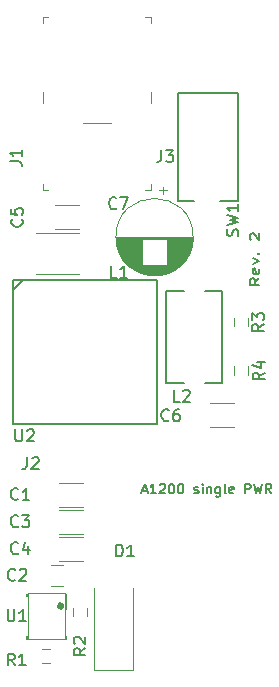
<source format=gto>
G04 #@! TF.GenerationSoftware,KiCad,Pcbnew,(6.0.7)*
G04 #@! TF.CreationDate,2022-08-26T22:18:19+02:00*
G04 #@! TF.ProjectId,a1200_pwr,61313230-305f-4707-9772-2e6b69636164,2*
G04 #@! TF.SameCoordinates,Original*
G04 #@! TF.FileFunction,Legend,Top*
G04 #@! TF.FilePolarity,Positive*
%FSLAX46Y46*%
G04 Gerber Fmt 4.6, Leading zero omitted, Abs format (unit mm)*
G04 Created by KiCad (PCBNEW (6.0.7)) date 2022-08-26 22:18:19*
%MOMM*%
%LPD*%
G01*
G04 APERTURE LIST*
%ADD10C,0.203200*%
%ADD11C,0.150000*%
%ADD12C,0.120000*%
%ADD13C,0.500000*%
%ADD14C,0.100000*%
%ADD15C,0.177800*%
G04 APERTURE END LIST*
D10*
X159886978Y-95731193D02*
X159499930Y-96064526D01*
X159886978Y-96302621D02*
X159074178Y-96302621D01*
X159074178Y-95921669D01*
X159112883Y-95826431D01*
X159151587Y-95778812D01*
X159228997Y-95731193D01*
X159345111Y-95731193D01*
X159422521Y-95778812D01*
X159461225Y-95826431D01*
X159499930Y-95921669D01*
X159499930Y-96302621D01*
X159848273Y-94921669D02*
X159886978Y-95016907D01*
X159886978Y-95207383D01*
X159848273Y-95302621D01*
X159770863Y-95350240D01*
X159461225Y-95350240D01*
X159383816Y-95302621D01*
X159345111Y-95207383D01*
X159345111Y-95016907D01*
X159383816Y-94921669D01*
X159461225Y-94874050D01*
X159538635Y-94874050D01*
X159616044Y-95350240D01*
X159345111Y-94540716D02*
X159886978Y-94302621D01*
X159345111Y-94064526D01*
X159809568Y-93683574D02*
X159848273Y-93635955D01*
X159886978Y-93683574D01*
X159848273Y-93731193D01*
X159809568Y-93683574D01*
X159886978Y-93683574D01*
X159151587Y-92493097D02*
X159112883Y-92445478D01*
X159074178Y-92350240D01*
X159074178Y-92112145D01*
X159112883Y-92016907D01*
X159151587Y-91969288D01*
X159228997Y-91921669D01*
X159306406Y-91921669D01*
X159422521Y-91969288D01*
X159886978Y-92540716D01*
X159886978Y-91921669D01*
X149972511Y-113727821D02*
X150359559Y-113727821D01*
X149895102Y-113960050D02*
X150166035Y-113147250D01*
X150436968Y-113960050D01*
X151133654Y-113960050D02*
X150669197Y-113960050D01*
X150901425Y-113960050D02*
X150901425Y-113147250D01*
X150824016Y-113263364D01*
X150746606Y-113340774D01*
X150669197Y-113379478D01*
X151443292Y-113224659D02*
X151481997Y-113185955D01*
X151559406Y-113147250D01*
X151752930Y-113147250D01*
X151830340Y-113185955D01*
X151869044Y-113224659D01*
X151907749Y-113302069D01*
X151907749Y-113379478D01*
X151869044Y-113495593D01*
X151404587Y-113960050D01*
X151907749Y-113960050D01*
X152410911Y-113147250D02*
X152488321Y-113147250D01*
X152565730Y-113185955D01*
X152604435Y-113224659D01*
X152643140Y-113302069D01*
X152681844Y-113456888D01*
X152681844Y-113650412D01*
X152643140Y-113805231D01*
X152604435Y-113882640D01*
X152565730Y-113921345D01*
X152488321Y-113960050D01*
X152410911Y-113960050D01*
X152333502Y-113921345D01*
X152294797Y-113882640D01*
X152256092Y-113805231D01*
X152217387Y-113650412D01*
X152217387Y-113456888D01*
X152256092Y-113302069D01*
X152294797Y-113224659D01*
X152333502Y-113185955D01*
X152410911Y-113147250D01*
X153185006Y-113147250D02*
X153262416Y-113147250D01*
X153339825Y-113185955D01*
X153378530Y-113224659D01*
X153417235Y-113302069D01*
X153455940Y-113456888D01*
X153455940Y-113650412D01*
X153417235Y-113805231D01*
X153378530Y-113882640D01*
X153339825Y-113921345D01*
X153262416Y-113960050D01*
X153185006Y-113960050D01*
X153107597Y-113921345D01*
X153068892Y-113882640D01*
X153030187Y-113805231D01*
X152991483Y-113650412D01*
X152991483Y-113456888D01*
X153030187Y-113302069D01*
X153068892Y-113224659D01*
X153107597Y-113185955D01*
X153185006Y-113147250D01*
X154384854Y-113921345D02*
X154462263Y-113960050D01*
X154617083Y-113960050D01*
X154694492Y-113921345D01*
X154733197Y-113843935D01*
X154733197Y-113805231D01*
X154694492Y-113727821D01*
X154617083Y-113689116D01*
X154500968Y-113689116D01*
X154423559Y-113650412D01*
X154384854Y-113573002D01*
X154384854Y-113534297D01*
X154423559Y-113456888D01*
X154500968Y-113418183D01*
X154617083Y-113418183D01*
X154694492Y-113456888D01*
X155081540Y-113960050D02*
X155081540Y-113418183D01*
X155081540Y-113147250D02*
X155042835Y-113185955D01*
X155081540Y-113224659D01*
X155120244Y-113185955D01*
X155081540Y-113147250D01*
X155081540Y-113224659D01*
X155468587Y-113418183D02*
X155468587Y-113960050D01*
X155468587Y-113495593D02*
X155507292Y-113456888D01*
X155584702Y-113418183D01*
X155700816Y-113418183D01*
X155778225Y-113456888D01*
X155816930Y-113534297D01*
X155816930Y-113960050D01*
X156552321Y-113418183D02*
X156552321Y-114076164D01*
X156513616Y-114153574D01*
X156474911Y-114192278D01*
X156397502Y-114230983D01*
X156281387Y-114230983D01*
X156203978Y-114192278D01*
X156552321Y-113921345D02*
X156474911Y-113960050D01*
X156320092Y-113960050D01*
X156242683Y-113921345D01*
X156203978Y-113882640D01*
X156165273Y-113805231D01*
X156165273Y-113573002D01*
X156203978Y-113495593D01*
X156242683Y-113456888D01*
X156320092Y-113418183D01*
X156474911Y-113418183D01*
X156552321Y-113456888D01*
X157055483Y-113960050D02*
X156978073Y-113921345D01*
X156939368Y-113843935D01*
X156939368Y-113147250D01*
X157674759Y-113921345D02*
X157597349Y-113960050D01*
X157442530Y-113960050D01*
X157365121Y-113921345D01*
X157326416Y-113843935D01*
X157326416Y-113534297D01*
X157365121Y-113456888D01*
X157442530Y-113418183D01*
X157597349Y-113418183D01*
X157674759Y-113456888D01*
X157713463Y-113534297D01*
X157713463Y-113611707D01*
X157326416Y-113689116D01*
X158681083Y-113960050D02*
X158681083Y-113147250D01*
X158990721Y-113147250D01*
X159068130Y-113185955D01*
X159106835Y-113224659D01*
X159145540Y-113302069D01*
X159145540Y-113418183D01*
X159106835Y-113495593D01*
X159068130Y-113534297D01*
X158990721Y-113573002D01*
X158681083Y-113573002D01*
X159416473Y-113147250D02*
X159609997Y-113960050D01*
X159764816Y-113379478D01*
X159919635Y-113960050D01*
X160113159Y-113147250D01*
X160887254Y-113960050D02*
X160616321Y-113573002D01*
X160422797Y-113960050D02*
X160422797Y-113147250D01*
X160732435Y-113147250D01*
X160809844Y-113185955D01*
X160848549Y-113224659D01*
X160887254Y-113302069D01*
X160887254Y-113418183D01*
X160848549Y-113495593D01*
X160809844Y-113534297D01*
X160732435Y-113573002D01*
X160422797Y-113573002D01*
D11*
X147770216Y-89794097D02*
X147722597Y-89841716D01*
X147579740Y-89889335D01*
X147484502Y-89889335D01*
X147341644Y-89841716D01*
X147246406Y-89746478D01*
X147198787Y-89651240D01*
X147151168Y-89460764D01*
X147151168Y-89317907D01*
X147198787Y-89127431D01*
X147246406Y-89032193D01*
X147341644Y-88936955D01*
X147484502Y-88889335D01*
X147579740Y-88889335D01*
X147722597Y-88936955D01*
X147770216Y-88984574D01*
X148103549Y-88889335D02*
X148770216Y-88889335D01*
X148341644Y-89889335D01*
X139224778Y-108548935D02*
X139224778Y-109358459D01*
X139272397Y-109453697D01*
X139320016Y-109501316D01*
X139415254Y-109548935D01*
X139605730Y-109548935D01*
X139700968Y-109501316D01*
X139748587Y-109453697D01*
X139796206Y-109358459D01*
X139796206Y-108548935D01*
X140224778Y-108644174D02*
X140272397Y-108596555D01*
X140367635Y-108548935D01*
X140605730Y-108548935D01*
X140700968Y-108596555D01*
X140748587Y-108644174D01*
X140796206Y-108739412D01*
X140796206Y-108834650D01*
X140748587Y-108977507D01*
X140177159Y-109548935D01*
X140796206Y-109548935D01*
X138564378Y-123788935D02*
X138564378Y-124598459D01*
X138611997Y-124693697D01*
X138659616Y-124741316D01*
X138754854Y-124788935D01*
X138945330Y-124788935D01*
X139040568Y-124741316D01*
X139088187Y-124693697D01*
X139135806Y-124598459D01*
X139135806Y-123788935D01*
X140135806Y-124788935D02*
X139564378Y-124788935D01*
X139850092Y-124788935D02*
X139850092Y-123788935D01*
X139754854Y-123931793D01*
X139659616Y-124027031D01*
X139564378Y-124074650D01*
X158069844Y-92167288D02*
X158117463Y-92024431D01*
X158117463Y-91786335D01*
X158069844Y-91691097D01*
X158022225Y-91643478D01*
X157926987Y-91595859D01*
X157831749Y-91595859D01*
X157736511Y-91643478D01*
X157688892Y-91691097D01*
X157641273Y-91786335D01*
X157593654Y-91976812D01*
X157546035Y-92072050D01*
X157498416Y-92119669D01*
X157403178Y-92167288D01*
X157307940Y-92167288D01*
X157212702Y-92119669D01*
X157165083Y-92072050D01*
X157117463Y-91976812D01*
X157117463Y-91738716D01*
X157165083Y-91595859D01*
X157117463Y-91262526D02*
X158117463Y-91024431D01*
X157403178Y-90833955D01*
X158117463Y-90643478D01*
X157117463Y-90405383D01*
X158117463Y-89500621D02*
X158117463Y-90072050D01*
X158117463Y-89786335D02*
X157117463Y-89786335D01*
X157260321Y-89881574D01*
X157355559Y-89976812D01*
X157403178Y-90072050D01*
X151591349Y-84901535D02*
X151591349Y-85615821D01*
X151543730Y-85758678D01*
X151448492Y-85853916D01*
X151305635Y-85901535D01*
X151210397Y-85901535D01*
X151972302Y-84901535D02*
X152591349Y-84901535D01*
X152258016Y-85282488D01*
X152400873Y-85282488D01*
X152496111Y-85330107D01*
X152543730Y-85377726D01*
X152591349Y-85472964D01*
X152591349Y-85711059D01*
X152543730Y-85806297D01*
X152496111Y-85853916D01*
X152400873Y-85901535D01*
X152115159Y-85901535D01*
X152019921Y-85853916D01*
X151972302Y-85806297D01*
X140212149Y-110911135D02*
X140212149Y-111625421D01*
X140164530Y-111768278D01*
X140069292Y-111863516D01*
X139926435Y-111911135D01*
X139831197Y-111911135D01*
X140640721Y-111006374D02*
X140688340Y-110958755D01*
X140783578Y-110911135D01*
X141021673Y-110911135D01*
X141116911Y-110958755D01*
X141164530Y-111006374D01*
X141212149Y-111101612D01*
X141212149Y-111196850D01*
X141164530Y-111339707D01*
X140593102Y-111911135D01*
X141212149Y-111911135D01*
X138753263Y-85858688D02*
X139467549Y-85858688D01*
X139610406Y-85906307D01*
X139705644Y-86001545D01*
X139753263Y-86144402D01*
X139753263Y-86239640D01*
X139753263Y-84858688D02*
X139753263Y-85430116D01*
X139753263Y-85144402D02*
X138753263Y-85144402D01*
X138896121Y-85239640D01*
X138991359Y-85334878D01*
X139038978Y-85430116D01*
X153155016Y-106196135D02*
X152678825Y-106196135D01*
X152678825Y-105196135D01*
X153440730Y-105291374D02*
X153488349Y-105243755D01*
X153583587Y-105196135D01*
X153821683Y-105196135D01*
X153916921Y-105243755D01*
X153964540Y-105291374D01*
X154012159Y-105386612D01*
X154012159Y-105481850D01*
X153964540Y-105624707D01*
X153393111Y-106196135D01*
X154012159Y-106196135D01*
X139759625Y-90746621D02*
X139807244Y-90794240D01*
X139854863Y-90937097D01*
X139854863Y-91032335D01*
X139807244Y-91175193D01*
X139712006Y-91270431D01*
X139616768Y-91318050D01*
X139426292Y-91365669D01*
X139283435Y-91365669D01*
X139092959Y-91318050D01*
X138997721Y-91270431D01*
X138902483Y-91175193D01*
X138854863Y-91032335D01*
X138854863Y-90937097D01*
X138902483Y-90794240D01*
X138950102Y-90746621D01*
X138854863Y-89841859D02*
X138854863Y-90318050D01*
X139331054Y-90365669D01*
X139283435Y-90318050D01*
X139235816Y-90222812D01*
X139235816Y-89984716D01*
X139283435Y-89889478D01*
X139331054Y-89841859D01*
X139426292Y-89794240D01*
X139664387Y-89794240D01*
X139759625Y-89841859D01*
X139807244Y-89889478D01*
X139854863Y-89984716D01*
X139854863Y-90222812D01*
X139807244Y-90318050D01*
X139759625Y-90365669D01*
X152215216Y-107751897D02*
X152167597Y-107799516D01*
X152024740Y-107847135D01*
X151929502Y-107847135D01*
X151786644Y-107799516D01*
X151691406Y-107704278D01*
X151643787Y-107609040D01*
X151596168Y-107418564D01*
X151596168Y-107275707D01*
X151643787Y-107085231D01*
X151691406Y-106989993D01*
X151786644Y-106894755D01*
X151929502Y-106847135D01*
X152024740Y-106847135D01*
X152167597Y-106894755D01*
X152215216Y-106942374D01*
X153072359Y-106847135D02*
X152881883Y-106847135D01*
X152786644Y-106894755D01*
X152739025Y-106942374D01*
X152643787Y-107085231D01*
X152596168Y-107275707D01*
X152596168Y-107656659D01*
X152643787Y-107751897D01*
X152691406Y-107799516D01*
X152786644Y-107847135D01*
X152977121Y-107847135D01*
X153072359Y-107799516D01*
X153119978Y-107751897D01*
X153167597Y-107656659D01*
X153167597Y-107418564D01*
X153119978Y-107323326D01*
X153072359Y-107275707D01*
X152977121Y-107228088D01*
X152786644Y-107228088D01*
X152691406Y-107275707D01*
X152643787Y-107323326D01*
X152596168Y-107418564D01*
X160327263Y-103726021D02*
X159851073Y-104059355D01*
X160327263Y-104297450D02*
X159327263Y-104297450D01*
X159327263Y-103916497D01*
X159374883Y-103821259D01*
X159422502Y-103773640D01*
X159517740Y-103726021D01*
X159660597Y-103726021D01*
X159755835Y-103773640D01*
X159803454Y-103821259D01*
X159851073Y-103916497D01*
X159851073Y-104297450D01*
X159660597Y-102868878D02*
X160327263Y-102868878D01*
X159279644Y-103106974D02*
X159993930Y-103345069D01*
X159993930Y-102726021D01*
X160263763Y-99636621D02*
X159787573Y-99969955D01*
X160263763Y-100208050D02*
X159263763Y-100208050D01*
X159263763Y-99827097D01*
X159311383Y-99731859D01*
X159359002Y-99684240D01*
X159454240Y-99636621D01*
X159597097Y-99636621D01*
X159692335Y-99684240D01*
X159739954Y-99731859D01*
X159787573Y-99827097D01*
X159787573Y-100208050D01*
X159263763Y-99303288D02*
X159263763Y-98684240D01*
X159644716Y-99017574D01*
X159644716Y-98874716D01*
X159692335Y-98779478D01*
X159739954Y-98731859D01*
X159835192Y-98684240D01*
X160073287Y-98684240D01*
X160168525Y-98731859D01*
X160216144Y-98779478D01*
X160263763Y-98874716D01*
X160263763Y-99160431D01*
X160216144Y-99255669D01*
X160168525Y-99303288D01*
X147821016Y-95705935D02*
X147344825Y-95705935D01*
X147344825Y-94705935D01*
X148678159Y-95705935D02*
X148106730Y-95705935D01*
X148392444Y-95705935D02*
X148392444Y-94705935D01*
X148297206Y-94848793D01*
X148201968Y-94944031D01*
X148106730Y-94991650D01*
X145150763Y-127062271D02*
X144674573Y-127395605D01*
X145150763Y-127633700D02*
X144150763Y-127633700D01*
X144150763Y-127252747D01*
X144198383Y-127157509D01*
X144246002Y-127109890D01*
X144341240Y-127062271D01*
X144484097Y-127062271D01*
X144579335Y-127109890D01*
X144626954Y-127157509D01*
X144674573Y-127252747D01*
X144674573Y-127633700D01*
X144246002Y-126681319D02*
X144198383Y-126633700D01*
X144150763Y-126538462D01*
X144150763Y-126300366D01*
X144198383Y-126205128D01*
X144246002Y-126157509D01*
X144341240Y-126109890D01*
X144436478Y-126109890D01*
X144579335Y-126157509D01*
X145150763Y-126728938D01*
X145150763Y-126109890D01*
X139159616Y-128522735D02*
X138826283Y-128046545D01*
X138588187Y-128522735D02*
X138588187Y-127522735D01*
X138969140Y-127522735D01*
X139064378Y-127570355D01*
X139111997Y-127617974D01*
X139159616Y-127713212D01*
X139159616Y-127856069D01*
X139111997Y-127951307D01*
X139064378Y-127998926D01*
X138969140Y-128046545D01*
X138588187Y-128046545D01*
X140111997Y-128522735D02*
X139540568Y-128522735D01*
X139826283Y-128522735D02*
X139826283Y-127522735D01*
X139731044Y-127665593D01*
X139635806Y-127760831D01*
X139540568Y-127808450D01*
X147757587Y-119302535D02*
X147757587Y-118302535D01*
X147995683Y-118302535D01*
X148138540Y-118350155D01*
X148233778Y-118445393D01*
X148281397Y-118540631D01*
X148329016Y-118731107D01*
X148329016Y-118873964D01*
X148281397Y-119064440D01*
X148233778Y-119159678D01*
X148138540Y-119254916D01*
X147995683Y-119302535D01*
X147757587Y-119302535D01*
X149281397Y-119302535D02*
X148709968Y-119302535D01*
X148995683Y-119302535D02*
X148995683Y-118302535D01*
X148900444Y-118445393D01*
X148805206Y-118540631D01*
X148709968Y-118588250D01*
X139464416Y-119010447D02*
X139416797Y-119058066D01*
X139273940Y-119105685D01*
X139178702Y-119105685D01*
X139035844Y-119058066D01*
X138940606Y-118962828D01*
X138892987Y-118867590D01*
X138845368Y-118677114D01*
X138845368Y-118534257D01*
X138892987Y-118343781D01*
X138940606Y-118248543D01*
X139035844Y-118153305D01*
X139178702Y-118105685D01*
X139273940Y-118105685D01*
X139416797Y-118153305D01*
X139464416Y-118200924D01*
X140321559Y-118439019D02*
X140321559Y-119105685D01*
X140083463Y-118058066D02*
X139845368Y-118772352D01*
X140464416Y-118772352D01*
X139464416Y-116718097D02*
X139416797Y-116765716D01*
X139273940Y-116813335D01*
X139178702Y-116813335D01*
X139035844Y-116765716D01*
X138940606Y-116670478D01*
X138892987Y-116575240D01*
X138845368Y-116384764D01*
X138845368Y-116241907D01*
X138892987Y-116051431D01*
X138940606Y-115956193D01*
X139035844Y-115860955D01*
X139178702Y-115813335D01*
X139273940Y-115813335D01*
X139416797Y-115860955D01*
X139464416Y-115908574D01*
X139797749Y-115813335D02*
X140416797Y-115813335D01*
X140083463Y-116194288D01*
X140226321Y-116194288D01*
X140321559Y-116241907D01*
X140369178Y-116289526D01*
X140416797Y-116384764D01*
X140416797Y-116622859D01*
X140369178Y-116718097D01*
X140321559Y-116765716D01*
X140226321Y-116813335D01*
X139940606Y-116813335D01*
X139845368Y-116765716D01*
X139797749Y-116718097D01*
X139210416Y-121258347D02*
X139162797Y-121305966D01*
X139019940Y-121353585D01*
X138924702Y-121353585D01*
X138781844Y-121305966D01*
X138686606Y-121210728D01*
X138638987Y-121115490D01*
X138591368Y-120925014D01*
X138591368Y-120782157D01*
X138638987Y-120591681D01*
X138686606Y-120496443D01*
X138781844Y-120401205D01*
X138924702Y-120353585D01*
X139019940Y-120353585D01*
X139162797Y-120401205D01*
X139210416Y-120448824D01*
X139591368Y-120448824D02*
X139638987Y-120401205D01*
X139734225Y-120353585D01*
X139972321Y-120353585D01*
X140067559Y-120401205D01*
X140115178Y-120448824D01*
X140162797Y-120544062D01*
X140162797Y-120639300D01*
X140115178Y-120782157D01*
X139543749Y-121353585D01*
X140162797Y-121353585D01*
X139464416Y-114425747D02*
X139416797Y-114473366D01*
X139273940Y-114520985D01*
X139178702Y-114520985D01*
X139035844Y-114473366D01*
X138940606Y-114378128D01*
X138892987Y-114282890D01*
X138845368Y-114092414D01*
X138845368Y-113949557D01*
X138892987Y-113759081D01*
X138940606Y-113663843D01*
X139035844Y-113568605D01*
X139178702Y-113520985D01*
X139273940Y-113520985D01*
X139416797Y-113568605D01*
X139464416Y-113616224D01*
X140416797Y-114520985D02*
X139845368Y-114520985D01*
X140131083Y-114520985D02*
X140131083Y-113520985D01*
X140035844Y-113663843D01*
X139940606Y-113759081D01*
X139845368Y-113806700D01*
D12*
X154280283Y-92261755D02*
G75*
G03*
X154280283Y-92261755I-3270000J0D01*
G01*
X154234283Y-92461755D02*
X147786283Y-92461755D01*
X153726283Y-94022755D02*
X152050283Y-94022755D01*
X149970283Y-94382755D02*
X148560283Y-94382755D01*
X149970283Y-92941755D02*
X147851283Y-92941755D01*
X153926283Y-93662755D02*
X152050283Y-93662755D01*
X154205283Y-92741755D02*
X152050283Y-92741755D01*
X149970283Y-93462755D02*
X148008283Y-93462755D01*
X154012283Y-93462755D02*
X152050283Y-93462755D01*
X154221283Y-92621755D02*
X152050283Y-92621755D01*
X154071283Y-93302755D02*
X152050283Y-93302755D01*
X154084283Y-93262755D02*
X152050283Y-93262755D01*
X153996283Y-93502755D02*
X152050283Y-93502755D01*
X153526283Y-94302755D02*
X152050283Y-94302755D01*
X154216283Y-92661755D02*
X152050283Y-92661755D01*
X149970283Y-94102755D02*
X148346283Y-94102755D01*
X153886283Y-93742755D02*
X152050283Y-93742755D01*
X149970283Y-92621755D02*
X147799283Y-92621755D01*
X153558283Y-94262755D02*
X152050283Y-94262755D01*
X149970283Y-94062755D02*
X148320283Y-94062755D01*
X149970283Y-94342755D02*
X148526283Y-94342755D01*
X154237283Y-92421755D02*
X147783283Y-92421755D01*
X149970283Y-93622755D02*
X148076283Y-93622755D01*
X154177283Y-92901755D02*
X152050283Y-92901755D01*
X153752283Y-93982755D02*
X152050283Y-93982755D01*
X149970283Y-94462755D02*
X148630283Y-94462755D01*
X149970283Y-92661755D02*
X147804283Y-92661755D01*
X152272283Y-95262755D02*
X149748283Y-95262755D01*
X152954283Y-94862755D02*
X149066283Y-94862755D01*
X153192283Y-94662755D02*
X148828283Y-94662755D01*
X149970283Y-93342755D02*
X147963283Y-93342755D01*
X149970283Y-94302755D02*
X148494283Y-94302755D01*
X153646283Y-94142755D02*
X152050283Y-94142755D01*
X152175283Y-95302755D02*
X149845283Y-95302755D01*
X149970283Y-93182755D02*
X147912283Y-93182755D01*
X154096283Y-93222755D02*
X152050283Y-93222755D01*
X149970283Y-92501755D02*
X147788283Y-92501755D01*
X153588283Y-94222755D02*
X152050283Y-94222755D01*
X149970283Y-93702755D02*
X148114283Y-93702755D01*
X153275283Y-94582755D02*
X148745283Y-94582755D01*
X153460283Y-94382755D02*
X152050283Y-94382755D01*
X154228283Y-92541755D02*
X152050283Y-92541755D01*
X154151283Y-93022755D02*
X152050283Y-93022755D01*
X149970283Y-93382755D02*
X147977283Y-93382755D01*
X154131283Y-93102755D02*
X152050283Y-93102755D01*
X153776283Y-93942755D02*
X152050283Y-93942755D01*
X149970283Y-93102755D02*
X147889283Y-93102755D01*
X154240283Y-92261755D02*
X147780283Y-92261755D01*
X154108283Y-93182755D02*
X152050283Y-93182755D01*
X154169283Y-92941755D02*
X152050283Y-92941755D01*
X154199283Y-92781755D02*
X152050283Y-92781755D01*
X149970283Y-93302755D02*
X147949283Y-93302755D01*
X153906283Y-93702755D02*
X152050283Y-93702755D01*
X149970283Y-92701755D02*
X147809283Y-92701755D01*
X151950283Y-95382755D02*
X150070283Y-95382755D01*
X152069283Y-95342755D02*
X149951283Y-95342755D01*
X154185283Y-92861755D02*
X152050283Y-92861755D01*
X152591283Y-95102755D02*
X149429283Y-95102755D01*
X153390283Y-94462755D02*
X152050283Y-94462755D01*
X152724283Y-95022755D02*
X149296283Y-95022755D01*
X149970283Y-93822755D02*
X148176283Y-93822755D01*
X152040283Y-88311755D02*
X151410283Y-88311755D01*
X149970283Y-92982755D02*
X147860283Y-92982755D01*
X154043283Y-93382755D02*
X152050283Y-93382755D01*
X149970283Y-94422755D02*
X148594283Y-94422755D01*
X149970283Y-94182755D02*
X148403283Y-94182755D01*
X154120283Y-93142755D02*
X152050283Y-93142755D01*
X149970283Y-92741755D02*
X147815283Y-92741755D01*
X149970283Y-93782755D02*
X148154283Y-93782755D01*
X154028283Y-93422755D02*
X152050283Y-93422755D01*
X149970283Y-94502755D02*
X148667283Y-94502755D01*
X153944283Y-93622755D02*
X152050283Y-93622755D01*
X154160283Y-92982755D02*
X152050283Y-92982755D01*
X152360283Y-95222755D02*
X149660283Y-95222755D01*
X149970283Y-93222755D02*
X147924283Y-93222755D01*
X153353283Y-94502755D02*
X152050283Y-94502755D01*
X149970283Y-93582755D02*
X148058283Y-93582755D01*
X153102283Y-94742755D02*
X148918283Y-94742755D01*
X153054283Y-94782755D02*
X148966283Y-94782755D01*
X149970283Y-93662755D02*
X148094283Y-93662755D01*
X149970283Y-93542755D02*
X148040283Y-93542755D01*
X149970283Y-93022755D02*
X147869283Y-93022755D01*
X153617283Y-94182755D02*
X152050283Y-94182755D01*
X153147283Y-94702755D02*
X148873283Y-94702755D01*
X149970283Y-93942755D02*
X148244283Y-93942755D01*
X153962283Y-93582755D02*
X152050283Y-93582755D01*
X153800283Y-93902755D02*
X152050283Y-93902755D01*
X154225283Y-92581755D02*
X152050283Y-92581755D01*
X153980283Y-93542755D02*
X152050283Y-93542755D01*
X149970283Y-92581755D02*
X147795283Y-92581755D01*
X149970283Y-94222755D02*
X148432283Y-94222755D01*
X149970283Y-94542755D02*
X148705283Y-94542755D01*
X151643283Y-95462755D02*
X150377283Y-95462755D01*
X149970283Y-94142755D02*
X148374283Y-94142755D01*
X152786283Y-94982755D02*
X149234283Y-94982755D01*
X153700283Y-94062755D02*
X152050283Y-94062755D01*
X153426283Y-94422755D02*
X152050283Y-94422755D01*
X154232283Y-92501755D02*
X152050283Y-92501755D01*
X149970283Y-93062755D02*
X147879283Y-93062755D01*
X153844283Y-93822755D02*
X152050283Y-93822755D01*
X154211283Y-92701755D02*
X152050283Y-92701755D01*
X152442283Y-95182755D02*
X149578283Y-95182755D01*
X153674283Y-94102755D02*
X152050283Y-94102755D01*
X149970283Y-92541755D02*
X147792283Y-92541755D01*
X149970283Y-92861755D02*
X147835283Y-92861755D01*
X152660283Y-95062755D02*
X149360283Y-95062755D01*
X153494283Y-94342755D02*
X152050283Y-94342755D01*
X149970283Y-93422755D02*
X147992283Y-93422755D01*
X153234283Y-94622755D02*
X148786283Y-94622755D01*
X152519283Y-95142755D02*
X149501283Y-95142755D01*
X149970283Y-92781755D02*
X147821283Y-92781755D01*
X149970283Y-94022755D02*
X148294283Y-94022755D01*
X153822283Y-93862755D02*
X152050283Y-93862755D01*
X149970283Y-93502755D02*
X148024283Y-93502755D01*
X149970283Y-92901755D02*
X147843283Y-92901755D01*
X151412283Y-95502755D02*
X150608283Y-95502755D01*
X149970283Y-93982755D02*
X148268283Y-93982755D01*
X151725283Y-87996755D02*
X151725283Y-88626755D01*
X149970283Y-93902755D02*
X148220283Y-93902755D01*
X154238283Y-92381755D02*
X147782283Y-92381755D01*
X151812283Y-95422755D02*
X150208283Y-95422755D01*
X154192283Y-92821755D02*
X152050283Y-92821755D01*
X153315283Y-94542755D02*
X152050283Y-94542755D01*
X153866283Y-93782755D02*
X152050283Y-93782755D01*
X149970283Y-93862755D02*
X148198283Y-93862755D01*
X149970283Y-92821755D02*
X147828283Y-92821755D01*
X153005283Y-94822755D02*
X149015283Y-94822755D01*
X152844283Y-94942755D02*
X149176283Y-94942755D01*
X154240283Y-92301755D02*
X147780283Y-92301755D01*
X149970283Y-93262755D02*
X147936283Y-93262755D01*
X149970283Y-93142755D02*
X147900283Y-93142755D01*
X154240283Y-92341755D02*
X147780283Y-92341755D01*
X154141283Y-93062755D02*
X152050283Y-93062755D01*
X152900283Y-94902755D02*
X149120283Y-94902755D01*
X154057283Y-93342755D02*
X152050283Y-93342755D01*
X149970283Y-93742755D02*
X148134283Y-93742755D01*
X149970283Y-94262755D02*
X148462283Y-94262755D01*
D11*
X139062883Y-96729955D02*
X139862883Y-95929955D01*
X139042883Y-108109955D02*
X139042883Y-95919955D01*
X139042883Y-95919955D02*
X151242883Y-95919955D01*
X151242883Y-108109955D02*
X151242883Y-95919955D01*
X139042883Y-108109955D02*
X151242883Y-108109955D01*
D13*
X143143583Y-123504705D02*
G75*
G03*
X143143583Y-123504705I-90000J0D01*
G01*
D14*
X140303583Y-122418305D02*
X140303583Y-126318305D01*
X143403583Y-122418305D02*
X143403583Y-126318305D01*
X140303583Y-126318305D02*
X143403583Y-126318305D01*
X140303583Y-122418305D02*
X143403583Y-122418305D01*
D15*
X140178583Y-122468305D02*
X140178583Y-122668305D01*
X140178583Y-126068305D02*
X140178583Y-126268305D01*
X143528583Y-126068305D02*
X143528583Y-126268305D01*
X143528583Y-122468305D02*
X143528583Y-123768305D01*
D11*
X158068883Y-80091155D02*
X152988883Y-80091155D01*
X158068883Y-89184355D02*
X158068883Y-80091155D01*
X158068883Y-89184355D02*
X156544883Y-89184355D01*
X152988883Y-89184355D02*
X154385883Y-89184355D01*
X152988883Y-80091155D02*
X152988883Y-89184355D01*
D14*
X150728883Y-80936955D02*
X150728883Y-79936955D01*
X141528883Y-80936955D02*
X141528883Y-79936955D01*
X150728883Y-73636955D02*
X150728883Y-74136955D01*
X150728883Y-73636955D02*
X150228883Y-73636955D01*
X141528883Y-73636955D02*
X142028883Y-73636955D01*
X141528883Y-73636955D02*
X141528883Y-74136955D01*
X144928883Y-82636955D02*
X147328883Y-82636955D01*
X141528883Y-88236955D02*
X141528883Y-87736955D01*
X141528883Y-88236955D02*
X142028883Y-88236955D01*
X150728883Y-88236955D02*
X150728883Y-87736955D01*
X150728883Y-88236955D02*
X150228883Y-88236955D01*
D11*
X152011883Y-96814555D02*
X152011883Y-104614555D01*
X153513883Y-96814555D02*
X152013883Y-96814555D01*
X156713883Y-96814555D02*
X155313883Y-96814555D01*
X156716883Y-104614555D02*
X156716883Y-96814555D01*
X155313883Y-104614555D02*
X156716883Y-104614555D01*
X152011883Y-104614555D02*
X153513883Y-104614555D01*
D12*
X142618883Y-91549155D02*
X144618883Y-91549155D01*
X144618883Y-89509155D02*
X142618883Y-89509155D01*
X157699883Y-106323955D02*
X155699883Y-106323955D01*
X155699883Y-108363955D02*
X157699883Y-108363955D01*
X158963583Y-103209355D02*
X158963583Y-103909355D01*
X157763583Y-103909355D02*
X157763583Y-103209355D01*
X158938183Y-99094555D02*
X158938183Y-99794555D01*
X157738183Y-99794555D02*
X157738183Y-99094555D01*
X144606083Y-91948755D02*
X141006083Y-91948755D01*
X141006083Y-95408755D02*
X144606083Y-95408755D01*
X145272983Y-123624605D02*
X145272983Y-124324605D01*
X144072983Y-124324605D02*
X144072983Y-123624605D01*
X142190883Y-128295705D02*
X141490883Y-128295705D01*
X141490883Y-127095705D02*
X142190883Y-127095705D01*
X145867783Y-128908005D02*
X145867783Y-122008005D01*
X149167783Y-128908005D02*
X149167783Y-122008005D01*
X145867783Y-128908005D02*
X149167783Y-128908005D01*
X142949083Y-119673305D02*
X144949083Y-119673305D01*
X144949083Y-117633305D02*
X142949083Y-117633305D01*
X142961783Y-117387305D02*
X144961783Y-117387305D01*
X144961783Y-115347305D02*
X142961783Y-115347305D01*
X142280683Y-121763905D02*
X143280683Y-121763905D01*
X143280683Y-120063905D02*
X142280683Y-120063905D01*
X142961783Y-115088605D02*
X144961783Y-115088605D01*
X144961783Y-113048605D02*
X142961783Y-113048605D01*
M02*

</source>
